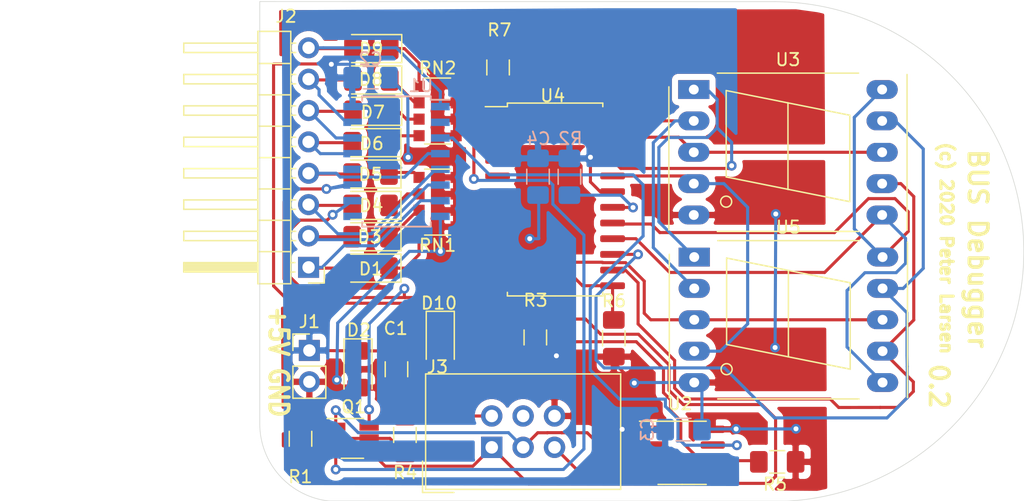
<source format=kicad_pcb>
(kicad_pcb (version 20171130) (host pcbnew 5.1.6-1.fc32)
  (title_block (title "LED/HEX Display") (date 2020-04-19) (rev 0.3))
  (layers (0 F.Cu power) (31 B.Cu power) (34 B.Paste user) (35 F.Paste user) (36 B.SilkS user) (37 F.SilkS user) (38 B.Mask user) (39 F.Mask user) (44 Edge.Cuts user))
  (net 0 "")
  (net 1 /LED0)
  (net 2 "Net-(D1-Pad1)")
  (net 3 +5V)
  (net 4 GND)
  (net 5 "Net-(D3-Pad1)")
  (net 6 /LED1)
  (net 7 /LED2)
  (net 8 "Net-(D4-Pad1)")
  (net 9 "Net-(D5-Pad1)")
  (net 10 /LED3)
  (net 11 /LED4)
  (net 12 "Net-(D6-Pad1)")
  (net 13 "Net-(D7-Pad1)")
  (net 14 /LED5)
  (net 15 "Net-(D8-Pad1)")
  (net 16 /LED6)
  (net 17 /LED7)
  (net 18 "Net-(D9-Pad1)")
  (net 19 /~RST)
  (net 20 INDATA)
  (net 21 "Net-(R2-Pad2)")
  (net 22 OUTDATA)
  (net 23 SEL_IN)
  (net 24 SEL_OUT)
  (net 25 /SEG_C)
  (net 26 /SEG_E)
  (net 27 /SEG_D)
  (net 28 /DIG_1)
  (net 29 /DIG_0)
  (net 30 /SEG_G)
  (net 31 /SEG_A)
  (net 32 /SEG_F)
  (net 33 /SEG_B)
  (net 34 /AVR-5v)
  (net 35 TPIDATA)
  (net 36 TPICLK)
  (net 37 SHARED_CLK)
  (net 38 "Net-(Q1-Pad2)")
  (module Resistor_SMD:R_1206_3216Metric_Pad1.42x1.75mm_HandSolder (layer F.Cu) (at 132.58292 101.49858 90)
    (fp_text reference R3 (at 3.00754 0.02032 180) (layer F.SilkS))
    (fp_text value 1K)
    (pad 2 smd roundrect (at 1.4875 0 90) (size 1.425 1.75) (layers F.Cu F.Paste F.Mask) (roundrect_rratio 0.175439) (net 24 SEL_OUT))
    (pad 1 smd roundrect (at -1.4875 0 90) (size 1.425 1.75) (layers F.Cu F.Paste F.Mask) (roundrect_rratio 0.175439) (net 3 +5V))
  )
  (module Resistor_SMD:R_1206_3216Metric_Pad1.42x1.75mm_HandSolder (layer F.Cu) (at 152.15616 111.57712)
    (fp_text reference R5 (at -0.1778 1.8161) (layer F.SilkS))
    (fp_text value 1K)
    (pad 2 smd roundrect (at 1.4875 0) (size 1.425 1.75) (layers F.Cu F.Paste F.Mask) (roundrect_rratio 0.175439) (net 4 GND))
    (pad 1 smd roundrect (at -1.4875 0) (size 1.425 1.75) (layers F.Cu F.Paste F.Mask) (roundrect_rratio 0.175439) (net 23 SEL_IN))
  )
  (module Resistor_SMD:R_1206_3216Metric_Pad1.42x1.75mm_HandSolder (layer F.Cu) (at 138.93292 101.56952 90)
    (fp_text reference R6 (at 3.03022 0.01524 180) (layer F.SilkS))
    (fp_text value 1K)
    (pad 2 smd roundrect (at 1.4875 0 90) (size 1.425 1.75) (layers F.Cu F.Paste F.Mask) (roundrect_rratio 0.175439) (net 37 SHARED_CLK))
    (pad 1 smd roundrect (at -1.4875 0 90) (size 1.425 1.75) (layers F.Cu F.Paste F.Mask) (roundrect_rratio 0.175439) (net 4 GND))
  )
  (module Resistor_SMD:R_1206_3216Metric_Pad1.42x1.75mm_HandSolder (layer F.Cu) (at 129.57048 79.63408 90)
    (fp_text reference R7 (at 3.03276 0.1016 180) (layer F.SilkS))
    (fp_text value 1K)
    (pad 2 smd roundrect (at 1.4875 0 90) (size 1.425 1.75) (layers F.Cu F.Paste F.Mask) (roundrect_rratio 0.175439) (net 4 GND))
    (pad 1 smd roundrect (at -1.4875 0 90) (size 1.425 1.75) (layers F.Cu F.Paste F.Mask) (roundrect_rratio 0.175439) (net 22 OUTDATA))
  )
  (module Resistor_SMD:R_1206_3216Metric_Pad1.42x1.75mm_HandSolder (layer F.Cu) (at 113.58372 109.70768 270)
    (fp_text reference R1 (at 3.0734 0.01212 180) (layer F.SilkS))
    (fp_text value 100k)
    (pad 2 smd roundrect (at 1.4875 0 270) (size 1.425 1.75) (layers F.Cu F.Paste F.Mask) (roundrect_rratio 0.175439) (net 38 "Net-(Q1-Pad2)"))
    (pad 1 smd roundrect (at -1.4875 0 270) (size 1.425 1.75) (layers F.Cu F.Paste F.Mask) (roundrect_rratio 0.175439) (net 4 GND))
  )
  (module Resistor_SMD:R_1206_3216Metric_Pad1.42x1.75mm_HandSolder (layer B.Cu) (at 135.34136 88.48852 270)
    (fp_text reference R2 (at -3.0988 -0.0762 180) (layer B.SilkS) (effects (justify mirror)))
    (fp_text value 33K)
    (pad 2 smd roundrect (at 1.4875 0 270) (size 1.425 1.75) (layers B.Cu B.Paste B.Mask) (roundrect_rratio 0.175439) (net 21 "Net-(R2-Pad2)"))
    (pad 1 smd roundrect (at -1.4875 0 270) (size 1.425 1.75) (layers B.Cu B.Paste B.Mask) (roundrect_rratio 0.175439) (net 3 +5V))
  )
  (module Resistor_SMD:R_1206_3216Metric_Pad1.42x1.75mm_HandSolder (layer F.Cu) (at 122.03176 109.40288 90)
    (fp_text reference R4 (at -3.04818 0.01132 180) (layer F.SilkS))
    (fp_text value 1k)
    (pad 2 smd roundrect (at 1.4875 0 90) (size 1.425 1.75) (layers F.Cu F.Paste F.Mask) (roundrect_rratio 0.175439) (net 34 /AVR-5v))
    (pad 1 smd roundrect (at -1.4875 0 90) (size 1.425 1.75) (layers F.Cu F.Paste F.Mask) (roundrect_rratio 0.175439) (net 38 "Net-(Q1-Pad2)"))
  )
  (module Display_7Segment:7SegmentLED_LTS6760_LTS6780 (layer F.Cu) (at 145.4404 94.99092)
    (fp_text reference U5 (at 7.62 -2.42) (layer F.SilkS))
    (fp_text value "19x12mm 7segment")
    (pad 1 thru_hole rect (at 0 0 270) (size 1.524 2.524) (drill 0.8) (layers *.Cu *.Mask) (net 26 /SEG_E))
    (pad 2 thru_hole oval (at 0 2.54 270) (size 1.524 2.524) (drill 0.8) (layers *.Cu *.Mask) (net 27 /SEG_D))
    (pad 3 thru_hole oval (at 0 5.08 270) (size 1.524 2.524) (drill 0.8) (layers *.Cu *.Mask) (net 28 /DIG_1))
    (pad 4 thru_hole oval (at 0 7.62 270) (size 1.524 2.524) (drill 0.8) (layers *.Cu *.Mask) (net 25 /SEG_C))
    (pad 5 thru_hole oval (at 0 10.16 270) (size 1.524 2.524) (drill 0.8) (layers *.Cu *.Mask) (net 4 GND))
    (pad 6 thru_hole oval (at 15.24 10.16 270) (size 1.524 2.524) (drill 0.8) (layers *.Cu *.Mask) (net 33 /SEG_B))
    (pad 7 thru_hole oval (at 15.24 7.62 270) (size 1.524 2.524) (drill 0.8) (layers *.Cu *.Mask) (net 31 /SEG_A))
    (pad 8 thru_hole oval (at 15.24 5.08 270) (size 1.524 2.524) (drill 0.8) (layers *.Cu *.Mask) (net 28 /DIG_1))
    (pad 9 thru_hole oval (at 15.24 2.54 270) (size 1.524 2.524) (drill 0.8) (layers *.Cu *.Mask) (net 32 /SEG_F))
    (pad 10 thru_hole oval (at 15.24 0 270) (size 1.524 2.524) (drill 0.8) (layers *.Cu *.Mask) (net 30 /SEG_G))
  )
  (module Diode_SMD:D_1206_3216Metric_Pad1.42x1.75mm_HandSolder (layer F.Cu) (at 118.237 104.0765 270)
    (fp_text reference D2 (at -3.175 -0.0635 180) (layer F.SilkS))
    (fp_text value D_Zener)
    (pad 2 smd roundrect (at 1.4875 0 270) (size 1.425 1.75) (layers F.Cu F.Paste F.Mask) (roundrect_rratio 0.175439) (net 4 GND))
    (pad 1 smd roundrect (at -1.4875 0 270) (size 1.425 1.75) (layers F.Cu F.Paste F.Mask) (roundrect_rratio 0.175439) (net 3 +5V))
  )
  (module Connector_IDC:IDC-Header_2x03_P2.54mm_Vertical (layer F.Cu) (at 129.0574 110.4011 90)
    (fp_text reference J3 (at 6.5151 -4.3942 180) (layer F.SilkS))
    (fp_text value AVR-TPI-6)
    (pad 1 thru_hole rect (at 0 0 90) (size 1.7272 1.7272) (drill 1.016) (layers *.Cu *.Mask) (net 35 TPIDATA))
    (pad 2 thru_hole oval (at 2.54 0 90) (size 1.7272 1.7272) (drill 1.016) (layers *.Cu *.Mask) (net 34 /AVR-5v))
    (pad 3 thru_hole oval (at 0 2.54 90) (size 1.7272 1.7272) (drill 1.016) (layers *.Cu *.Mask) (net 36 TPICLK))
    (pad 4 thru_hole oval (at 2.54 2.54 90) (size 1.7272 1.7272) (drill 1.016) (layers *.Cu *.Mask))
    (pad 5 thru_hole oval (at 0 5.08 90) (size 1.7272 1.7272) (drill 1.016) (layers *.Cu *.Mask) (net 19 /~RST))
    (pad 6 thru_hole oval (at 2.54 5.08 90) (size 1.7272 1.7272) (drill 1.016) (layers *.Cu *.Mask) (net 4 GND))
  )
  (module Connector_PinHeader_2.54mm:PinHeader_1x08_P2.54mm_Horizontal (layer F.Cu) (at 114.2365 95.8215 180)
    (fp_text reference J2 (at 1.8161 20.3327) (layer F.SilkS))
    (fp_text value Conn_01x08)
    (pad 1 thru_hole rect (at 0 0 180) (size 1.7 1.7) (drill 1) (layers *.Cu *.Mask) (net 1 /LED0))
    (pad 2 thru_hole oval (at 0 2.54 180) (size 1.7 1.7) (drill 1) (layers *.Cu *.Mask) (net 6 /LED1))
    (pad 3 thru_hole oval (at 0 5.08 180) (size 1.7 1.7) (drill 1) (layers *.Cu *.Mask) (net 7 /LED2))
    (pad 4 thru_hole oval (at 0 7.62 180) (size 1.7 1.7) (drill 1) (layers *.Cu *.Mask) (net 10 /LED3))
    (pad 5 thru_hole oval (at 0 10.16 180) (size 1.7 1.7) (drill 1) (layers *.Cu *.Mask) (net 11 /LED4))
    (pad 6 thru_hole oval (at 0 12.7 180) (size 1.7 1.7) (drill 1) (layers *.Cu *.Mask) (net 14 /LED5))
    (pad 7 thru_hole oval (at 0 15.24 180) (size 1.7 1.7) (drill 1) (layers *.Cu *.Mask) (net 16 /LED6))
    (pad 8 thru_hole oval (at 0 17.78 180) (size 1.7 1.7) (drill 1) (layers *.Cu *.Mask) (net 17 /LED7))
  )
  (module Connector_PinHeader_2.54mm:PinHeader_1x02_P2.54mm_Vertical (layer F.Cu) (at 114.3 102.5525)
    (fp_text reference J1 (at 0 -2.33) (layer F.SilkS))
    (fp_text value Conn_01x02_Male)
    (pad 1 thru_hole rect (at 0 0) (size 1.7 1.7) (drill 1) (layers *.Cu *.Mask) (net 3 +5V))
    (pad 2 thru_hole oval (at 0 2.54) (size 1.7 1.7) (drill 1) (layers *.Cu *.Mask) (net 4 GND))
  )
  (module LED_SMD:LED_1206_3216Metric_Pad1.42x1.75mm_HandSolder (layer F.Cu) (at 119.253 95.885 180)
    (fp_text reference D1 (at -0.0254 -0.0635) (layer F.SilkS))
    (fp_text value LED)
    (pad 2 smd roundrect (at 1.4875 0 180) (size 1.425 1.75) (layers F.Cu F.Paste F.Mask) (roundrect_rratio 0.175439) (net 1 /LED0))
    (pad 1 smd roundrect (at -1.4875 0 180) (size 1.425 1.75) (layers F.Cu F.Paste F.Mask) (roundrect_rratio 0.175439) (net 2 "Net-(D1-Pad1)"))
  )
  (module LED_SMD:LED_1206_3216Metric_Pad1.42x1.75mm_HandSolder (layer F.Cu) (at 119.253 93.345 180)
    (fp_text reference D3 (at 0.0762 0) (layer F.SilkS))
    (fp_text value LED)
    (pad 1 smd roundrect (at -1.4875 0 180) (size 1.425 1.75) (layers F.Cu F.Paste F.Mask) (roundrect_rratio 0.175439) (net 5 "Net-(D3-Pad1)"))
    (pad 2 smd roundrect (at 1.4875 0 180) (size 1.425 1.75) (layers F.Cu F.Paste F.Mask) (roundrect_rratio 0.175439) (net 6 /LED1))
  )
  (module LED_SMD:LED_1206_3216Metric_Pad1.42x1.75mm_HandSolder (layer F.Cu) (at 119.253 90.805 180)
    (fp_text reference D4 (at -0.0635 -0.0127) (layer F.SilkS))
    (fp_text value LED)
    (pad 2 smd roundrect (at 1.4875 0 180) (size 1.425 1.75) (layers F.Cu F.Paste F.Mask) (roundrect_rratio 0.175439) (net 7 /LED2))
    (pad 1 smd roundrect (at -1.4875 0 180) (size 1.425 1.75) (layers F.Cu F.Paste F.Mask) (roundrect_rratio 0.175439) (net 8 "Net-(D4-Pad1)"))
  )
  (module LED_SMD:LED_1206_3216Metric_Pad1.42x1.75mm_HandSolder (layer F.Cu) (at 119.253 88.265 180)
    (fp_text reference D5 (at 0 -0.0254) (layer F.SilkS))
    (fp_text value LED)
    (pad 1 smd roundrect (at -1.4875 0 180) (size 1.425 1.75) (layers F.Cu F.Paste F.Mask) (roundrect_rratio 0.175439) (net 9 "Net-(D5-Pad1)"))
    (pad 2 smd roundrect (at 1.4875 0 180) (size 1.425 1.75) (layers F.Cu F.Paste F.Mask) (roundrect_rratio 0.175439) (net 10 /LED3))
  )
  (module LED_SMD:LED_1206_3216Metric_Pad1.42x1.75mm_HandSolder (layer F.Cu) (at 119.253 85.725 180)
    (fp_text reference D6 (at -0.0889 -0.0762) (layer F.SilkS))
    (fp_text value LED)
    (pad 2 smd roundrect (at 1.4875 0 180) (size 1.425 1.75) (layers F.Cu F.Paste F.Mask) (roundrect_rratio 0.175439) (net 11 /LED4))
    (pad 1 smd roundrect (at -1.4875 0 180) (size 1.425 1.75) (layers F.Cu F.Paste F.Mask) (roundrect_rratio 0.175439) (net 12 "Net-(D6-Pad1)"))
  )
  (module LED_SMD:LED_1206_3216Metric_Pad1.42x1.75mm_HandSolder (layer F.Cu) (at 119.3165 83.185 180)
    (fp_text reference D7 (at -0.1143 -0.0762) (layer F.SilkS))
    (fp_text value LED)
    (pad 1 smd roundrect (at -1.4875 0 180) (size 1.425 1.75) (layers F.Cu F.Paste F.Mask) (roundrect_rratio 0.175439) (net 13 "Net-(D7-Pad1)"))
    (pad 2 smd roundrect (at 1.4875 0 180) (size 1.425 1.75) (layers F.Cu F.Paste F.Mask) (roundrect_rratio 0.175439) (net 14 /LED5))
  )
  (module LED_SMD:LED_1206_3216Metric_Pad1.42x1.75mm_HandSolder (layer F.Cu) (at 119.3165 80.645 180)
    (fp_text reference D8 (at 0.0381 0.0381) (layer F.SilkS))
    (fp_text value LED)
    (pad 1 smd roundrect (at -1.4875 0 180) (size 1.425 1.75) (layers F.Cu F.Paste F.Mask) (roundrect_rratio 0.175439) (net 15 "Net-(D8-Pad1)"))
    (pad 2 smd roundrect (at 1.4875 0 180) (size 1.425 1.75) (layers F.Cu F.Paste F.Mask) (roundrect_rratio 0.175439) (net 16 /LED6))
  )
  (module LED_SMD:LED_1206_3216Metric_Pad1.42x1.75mm_HandSolder (layer F.Cu) (at 119.3165 78.105 180)
    (fp_text reference D9 (at 0.0127 -0.0508) (layer F.SilkS))
    (fp_text value LED)
    (pad 2 smd roundrect (at 1.4875 0 180) (size 1.425 1.75) (layers F.Cu F.Paste F.Mask) (roundrect_rratio 0.175439) (net 17 /LED7))
    (pad 1 smd roundrect (at -1.4875 0 180) (size 1.425 1.75) (layers F.Cu F.Paste F.Mask) (roundrect_rratio 0.175439) (net 18 "Net-(D9-Pad1)"))
  )
  (module Package_SO:SOIC-8_3.9x4.9mm_P1.27mm (layer F.Cu) (at 144.4625 110.8456)
    (fp_text reference U2 (at -0.1651 -3.9751) (layer F.SilkS))
    (fp_text value ATtiny102-SS)
    (pad 1 smd roundrect (at -2.475 -1.905) (size 1.95 0.6) (layers F.Cu F.Paste F.Mask) (net 3 +5V))
    (pad 2 smd roundrect (at -2.475 -0.635) (size 1.95 0.6) (layers F.Cu F.Paste F.Mask) (net 36 TPICLK))
    (pad 3 smd roundrect (at -2.475 0.635) (size 1.95 0.6) (layers F.Cu F.Paste F.Mask) (net 35 TPIDATA))
    (pad 4 smd roundrect (at -2.475 1.905) (size 1.95 0.6) (layers F.Cu F.Paste F.Mask) (net 19 /~RST))
    (pad 5 smd roundrect (at 2.475 1.905) (size 1.95 0.6) (layers F.Cu F.Paste F.Mask) (net 24 SEL_OUT))
    (pad 6 smd roundrect (at 2.475 0.635) (size 1.95 0.6) (layers F.Cu F.Paste F.Mask) (net 23 SEL_IN))
    (pad 7 smd roundrect (at 2.475 -0.635) (size 1.95 0.6) (layers F.Cu F.Paste F.Mask) (net 20 INDATA))
    (pad 8 smd roundrect (at 2.475 -1.905) (size 1.95 0.6) (layers F.Cu F.Paste F.Mask) (net 4 GND))
  )
  (module Package_SO:SOIC-16W_5.3x10.2mm_P1.27mm (layer B.Cu) (at 121.3485 87.249 180)
    (fp_text reference U1 (at -1.9685 6.1468) (layer B.SilkS) (effects (justify mirror)))
    (fp_text value 4021)
    (pad 1 smd rect (at -3.55 4.445 180) (size 1.5 0.6) (layers B.Cu B.Paste B.Mask) (net 17 /LED7))
    (pad 2 smd rect (at -3.55 3.175 180) (size 1.5 0.6) (layers B.Cu B.Paste B.Mask))
    (pad 3 smd rect (at -3.55 1.905 180) (size 1.5 0.6) (layers B.Cu B.Paste B.Mask) (net 20 INDATA))
    (pad 4 smd rect (at -3.55 0.635 180) (size 1.5 0.6) (layers B.Cu B.Paste B.Mask) (net 10 /LED3))
    (pad 5 smd rect (at -3.55 -0.635 180) (size 1.5 0.6) (layers B.Cu B.Paste B.Mask) (net 7 /LED2))
    (pad 6 smd rect (at -3.55 -1.905 180) (size 1.5 0.6) (layers B.Cu B.Paste B.Mask) (net 6 /LED1))
    (pad 7 smd rect (at -3.55 -3.175 180) (size 1.5 0.6) (layers B.Cu B.Paste B.Mask) (net 1 /LED0))
    (pad 8 smd rect (at -3.55 -4.445 180) (size 1.5 0.6) (layers B.Cu B.Paste B.Mask) (net 4 GND))
    (pad 9 smd rect (at 3.55 -4.445 180) (size 1.5 0.6) (layers B.Cu B.Paste B.Mask))
    (pad 10 smd rect (at 3.55 -3.175 180) (size 1.5 0.6) (layers B.Cu B.Paste B.Mask) (net 37 SHARED_CLK))
    (pad 11 smd rect (at 3.55 -1.905 180) (size 1.5 0.6) (layers B.Cu B.Paste B.Mask) (net 23 SEL_IN))
    (pad 12 smd rect (at 3.55 -0.635 180) (size 1.5 0.6) (layers B.Cu B.Paste B.Mask))
    (pad 13 smd rect (at 3.55 0.635 180) (size 1.5 0.6) (layers B.Cu B.Paste B.Mask) (net 11 /LED4))
    (pad 14 smd rect (at 3.55 1.905 180) (size 1.5 0.6) (layers B.Cu B.Paste B.Mask) (net 14 /LED5))
    (pad 15 smd rect (at 3.55 3.175 180) (size 1.5 0.6) (layers B.Cu B.Paste B.Mask) (net 16 /LED6))
    (pad 16 smd rect (at 3.55 4.445 180) (size 1.5 0.6) (layers B.Cu B.Paste B.Mask) (net 3 +5V))
  )
  (module Diode_SMD:D_1206_3216Metric (layer F.Cu) (at 124.8918 101.66858 270)
    (fp_text reference D10 (at -2.9464 0.1016 180) (layer F.SilkS))
    (fp_text value D)
    (pad 1 smd roundrect (at -1.4 0 270) (size 1.25 1.75) (layers F.Cu F.Paste F.Mask) (roundrect_rratio 0.2) (net 3 +5V))
    (pad 2 smd roundrect (at 1.4 0 270) (size 1.25 1.75) (layers F.Cu F.Paste F.Mask) (roundrect_rratio 0.2) (net 34 /AVR-5v))
  )
  (module Capacitor_SMD:C_1206_3216Metric_Pad1.42x1.75mm_HandSolder (layer F.Cu) (at 121.3485 104.0765 270)
    (fp_text reference C1 (at -3.302 0.0635 180) (layer F.SilkS))
    (fp_text value 10uF)
    (pad 1 smd roundrect (at -1.4875 0 270) (size 1.425 1.75) (layers F.Cu F.Paste F.Mask) (roundrect_rratio 0.175439) (net 3 +5V))
    (pad 2 smd roundrect (at 1.4875 0 270) (size 1.425 1.75) (layers F.Cu F.Paste F.Mask) (roundrect_rratio 0.175439) (net 4 GND))
  )
  (module Capacitor_SMD:C_1206_3216Metric_Pad1.42x1.75mm_HandSolder (layer B.Cu) (at 119.253 80.4545)
    (fp_text reference C2 (at 0 -1.524 180) (layer B.SilkS) (effects (justify mirror)))
    (fp_text value 0.1uF)
    (pad 2 smd roundrect (at 1.4875 0) (size 1.425 1.75) (layers B.Cu B.Paste B.Mask) (roundrect_rratio 0.175439) (net 4 GND))
    (pad 1 smd roundrect (at -1.4875 0) (size 1.425 1.75) (layers B.Cu B.Paste B.Mask) (roundrect_rratio 0.175439) (net 3 +5V))
  )
  (module Capacitor_SMD:C_1206_3216Metric_Pad1.42x1.75mm_HandSolder (layer B.Cu) (at 144.5768 108.966)
    (fp_text reference C3 (at -2.921 0 -270) (layer B.SilkS) (effects (justify mirror)))
    (fp_text value 0.1uF)
    (pad 1 smd roundrect (at -1.4875 0) (size 1.425 1.75) (layers B.Cu B.Paste B.Mask) (roundrect_rratio 0.175439) (net 3 +5V))
    (pad 2 smd roundrect (at 1.4875 0) (size 1.425 1.75) (layers B.Cu B.Paste B.Mask) (roundrect_rratio 0.175439) (net 4 GND))
  )
  (module Capacitor_SMD:C_1206_3216Metric_Pad1.42x1.75mm_HandSolder (layer B.Cu) (at 132.80136 88.4793 270)
    (fp_text reference C4 (at -3.06832 -0.03556) (layer B.SilkS) (effects (justify mirror)))
    (fp_text value 0.1uF)
    (pad 2 smd roundrect (at 1.4875 0 270) (size 1.425 1.75) (layers B.Cu B.Paste B.Mask) (roundrect_rratio 0.175439) (net 4 GND))
    (pad 1 smd roundrect (at -1.4875 0 270) (size 1.425 1.75) (layers B.Cu B.Paste B.Mask) (roundrect_rratio 0.175439) (net 3 +5V))
  )
  (module Display_7Segment:7SegmentLED_LTS6760_LTS6780 (layer F.Cu) (at 145.40484 81.42224)
    (fp_text reference U3 (at 7.62 -2.42) (layer F.SilkS))
    (fp_text value "19x12mm 7segment")
    (pad 10 thru_hole oval (at 15.24 0 270) (size 1.524 2.524) (drill 0.8) (layers *.Cu *.Mask) (net 30 /SEG_G))
    (pad 9 thru_hole oval (at 15.24 2.54 270) (size 1.524 2.524) (drill 0.8) (layers *.Cu *.Mask) (net 32 /SEG_F))
    (pad 8 thru_hole oval (at 15.24 5.08 270) (size 1.524 2.524) (drill 0.8) (layers *.Cu *.Mask) (net 29 /DIG_0))
    (pad 7 thru_hole oval (at 15.24 7.62 270) (size 1.524 2.524) (drill 0.8) (layers *.Cu *.Mask) (net 31 /SEG_A))
    (pad 6 thru_hole oval (at 15.24 10.16 270) (size 1.524 2.524) (drill 0.8) (layers *.Cu *.Mask) (net 33 /SEG_B))
    (pad 5 thru_hole oval (at 0 10.16 270) (size 1.524 2.524) (drill 0.8) (layers *.Cu *.Mask) (net 4 GND))
    (pad 4 thru_hole oval (at 0 7.62 270) (size 1.524 2.524) (drill 0.8) (layers *.Cu *.Mask) (net 25 /SEG_C))
    (pad 3 thru_hole oval (at 0 5.08 270) (size 1.524 2.524) (drill 0.8) (layers *.Cu *.Mask) (net 29 /DIG_0))
    (pad 2 thru_hole oval (at 0 2.54 270) (size 1.524 2.524) (drill 0.8) (layers *.Cu *.Mask) (net 27 /SEG_D))
    (pad 1 thru_hole rect (at 0 0 270) (size 1.524 2.524) (drill 0.8) (layers *.Cu *.Mask) (net 26 /SEG_E))
  )
  (module Resistor_SMD:R_Array_Convex_4x1206 (layer F.Cu) (at 124.6759 90.5383 180)
    (fp_text reference RN1 (at 0 -3.5) (layer F.SilkS))
    (fp_text value 330)
    (pad 1 smd rect (at -1.5 -2 180) (size 0.9 0.9) (layers F.Cu F.Paste F.Mask) (net 4 GND))
    (pad 4 smd rect (at -1.5 2 180) (size 0.9 0.9) (layers F.Cu F.Paste F.Mask) (net 4 GND))
    (pad 2 smd rect (at -1.5 -0.66 180) (size 0.9 0.9) (layers F.Cu F.Paste F.Mask) (net 4 GND))
    (pad 3 smd rect (at -1.5 0.66 180) (size 0.9 0.9) (layers F.Cu F.Paste F.Mask) (net 4 GND))
    (pad 7 smd rect (at 1.5 -0.66 180) (size 0.9 0.9) (layers F.Cu F.Paste F.Mask) (net 5 "Net-(D3-Pad1)"))
    (pad 8 smd rect (at 1.5 -2 180) (size 0.9 0.9) (layers F.Cu F.Paste F.Mask) (net 2 "Net-(D1-Pad1)"))
    (pad 5 smd rect (at 1.5 2 180) (size 0.9 0.9) (layers F.Cu F.Paste F.Mask) (net 9 "Net-(D5-Pad1)"))
    (pad 6 smd rect (at 1.5 0.66 180) (size 0.9 0.9) (layers F.Cu F.Paste F.Mask) (net 8 "Net-(D4-Pad1)"))
  )
  (module Resistor_SMD:R_Array_Convex_4x1206 (layer F.Cu) (at 124.6759 83.1596 180)
    (fp_text reference RN2 (at -0.0127 3.4798) (layer F.SilkS))
    (fp_text value 330)
    (pad 6 smd rect (at 1.5 0.66 180) (size 0.9 0.9) (layers F.Cu F.Paste F.Mask) (net 15 "Net-(D8-Pad1)"))
    (pad 5 smd rect (at 1.5 2 180) (size 0.9 0.9) (layers F.Cu F.Paste F.Mask) (net 18 "Net-(D9-Pad1)"))
    (pad 8 smd rect (at 1.5 -2 180) (size 0.9 0.9) (layers F.Cu F.Paste F.Mask) (net 12 "Net-(D6-Pad1)"))
    (pad 7 smd rect (at 1.5 -0.66 180) (size 0.9 0.9) (layers F.Cu F.Paste F.Mask) (net 13 "Net-(D7-Pad1)"))
    (pad 3 smd rect (at -1.5 0.66 180) (size 0.9 0.9) (layers F.Cu F.Paste F.Mask) (net 4 GND))
    (pad 2 smd rect (at -1.5 -0.66 180) (size 0.9 0.9) (layers F.Cu F.Paste F.Mask) (net 4 GND))
    (pad 4 smd rect (at -1.5 2 180) (size 0.9 0.9) (layers F.Cu F.Paste F.Mask) (net 4 GND))
    (pad 1 smd rect (at -1.5 -2 180) (size 0.9 0.9) (layers F.Cu F.Paste F.Mask) (net 4 GND))
  )
  (module Package_TO_SOT_SMD:SOT-23-6_Handsoldering (layer F.Cu) (at 117.78488 109.6772)
    (fp_text reference Q1 (at 0.10668 -2.56032) (layer F.SilkS))
    (fp_text value DMMT5401)
    (pad 1 smd rect (at -1.35 -0.95) (size 1.56 0.65) (layers F.Cu F.Paste F.Mask) (net 36 TPICLK))
    (pad 2 smd rect (at -1.35 0) (size 1.56 0.65) (layers F.Cu F.Paste F.Mask) (net 38 "Net-(Q1-Pad2)"))
    (pad 3 smd rect (at -1.35 0.95) (size 1.56 0.65) (layers F.Cu F.Paste F.Mask) (net 22 OUTDATA))
    (pad 4 smd rect (at 1.35 0.95) (size 1.56 0.65) (layers F.Cu F.Paste F.Mask) (net 35 TPIDATA))
    (pad 6 smd rect (at 1.35 -0.95) (size 1.56 0.65) (layers F.Cu F.Paste F.Mask) (net 37 SHARED_CLK))
    (pad 5 smd rect (at 1.35 0) (size 1.56 0.65) (layers F.Cu F.Paste F.Mask) (net 38 "Net-(Q1-Pad2)"))
  )
  (module Package_SO:SOP-24_7.5x15.4mm_P1.27mm (layer F.Cu) (at 134.18312 90.32748)
    (fp_text reference U4 (at -0.1905 -8.4074) (layer F.SilkS))
    (fp_text value MAX7219)
    (pad 1 smd roundrect (at -4.65 -6.985) (size 2 0.55) (layers F.Cu F.Paste F.Mask) (net 22 OUTDATA))
    (pad 2 smd roundrect (at -4.65 -5.715) (size 2 0.55) (layers F.Cu F.Paste F.Mask) (net 29 /DIG_0))
    (pad 3 smd roundrect (at -4.65 -4.445) (size 2 0.55) (layers F.Cu F.Paste F.Mask))
    (pad 4 smd roundrect (at -4.65 -3.175) (size 2 0.55) (layers F.Cu F.Paste F.Mask) (net 4 GND))
    (pad 5 smd roundrect (at -4.65 -1.905) (size 2 0.55) (layers F.Cu F.Paste F.Mask))
    (pad 6 smd roundrect (at -4.65 -0.635) (size 2 0.55) (layers F.Cu F.Paste F.Mask))
    (pad 7 smd roundrect (at -4.65 0.635) (size 2 0.55) (layers F.Cu F.Paste F.Mask))
    (pad 8 smd roundrect (at -4.65 1.905) (size 2 0.55) (layers F.Cu F.Paste F.Mask))
    (pad 9 smd roundrect (at -4.65 3.175) (size 2 0.55) (layers F.Cu F.Paste F.Mask) (net 4 GND))
    (pad 10 smd roundrect (at -4.65 4.445) (size 2 0.55) (layers F.Cu F.Paste F.Mask))
    (pad 11 smd roundrect (at -4.65 5.715) (size 2 0.55) (layers F.Cu F.Paste F.Mask) (net 28 /DIG_1))
    (pad 12 smd roundrect (at -4.65 6.985) (size 2 0.55) (layers F.Cu F.Paste F.Mask) (net 24 SEL_OUT))
    (pad 13 smd roundrect (at 4.65 6.985) (size 2 0.55) (layers F.Cu F.Paste F.Mask) (net 37 SHARED_CLK))
    (pad 14 smd roundrect (at 4.65 5.715) (size 2 0.55) (layers F.Cu F.Paste F.Mask) (net 31 /SEG_A))
    (pad 15 smd roundrect (at 4.65 4.445) (size 2 0.55) (layers F.Cu F.Paste F.Mask) (net 32 /SEG_F))
    (pad 16 smd roundrect (at 4.65 3.175) (size 2 0.55) (layers F.Cu F.Paste F.Mask) (net 33 /SEG_B))
    (pad 17 smd roundrect (at 4.65 1.905) (size 2 0.55) (layers F.Cu F.Paste F.Mask) (net 30 /SEG_G))
    (pad 18 smd roundrect (at 4.65 0.635) (size 2 0.55) (layers F.Cu F.Paste F.Mask) (net 21 "Net-(R2-Pad2)"))
    (pad 19 smd roundrect (at 4.65 -0.635) (size 2 0.55) (layers F.Cu F.Paste F.Mask) (net 3 +5V))
    (pad 20 smd roundrect (at 4.65 -1.905) (size 2 0.55) (layers F.Cu F.Paste F.Mask) (net 25 /SEG_C))
    (pad 21 smd roundrect (at 4.65 -3.175) (size 2 0.55) (layers F.Cu F.Paste F.Mask) (net 26 /SEG_E))
    (pad 22 smd roundrect (at 4.65 -4.445) (size 2 0.55) (layers F.Cu F.Paste F.Mask))
    (pad 23 smd roundrect (at 4.65 -5.715) (size 2 0.55) (layers F.Cu F.Paste F.Mask) (net 27 /SEG_D))
    (pad 24 smd roundrect (at 4.65 -6.985) (size 2 0.55) (layers F.Cu F.Paste F.Mask))
  )
  (gr_text 0.2 (at 165.24224 105.4481 270) (layer F.SilkS) (effects (font (size 1.5 1.5) (thickness 0.3))))
  (gr_arc (start 151.866603 94.545772) (end 152.9588 114.7572) (angle -176.542032) (layer Edge.Cuts) (width 0.05))
  (gr_text "(c) 2020 Peter Larsen" (at 165.85184 94.27464 270) (layer F.SilkS) (effects (font (size 1 1) (thickness 0.25))))
  (gr_text "BUS Debugger" (at 168.38168 94.32544 270) (layer F.SilkS) (effects (font (size 1.5 1.5) (thickness 0.3))))
  (gr_arc (start 116.581899 108.489803) (end 110.2868 108.5088) (angle -83.38862962) (layer Edge.Cuts) (width 0.05))
  (gr_text "+5V GND" (at 111.8108 103.4796 270) (layer F.SilkS) (effects (font (size 1.5 1.3) (thickness 0.3))))
  (gr_line (start 151.995473 74.305265) (end 110.2868 74.295) (layer Edge.Cuts) (width 0.05))
  (gr_line (start 115.875988 114.745226) (end 152.9588 114.7572) (layer Edge.Cuts) (width 0.05))
  (gr_line (start 110.2868 74.295) (end 110.2868 108.5088) (layer Edge.Cuts) (width 0.05))
  (segment (start 114.3 95.885) (end 114.2365 95.8215) (width 0.25) (layer F.Cu) (net 1))
  (segment (start 117.7655 95.885) (end 114.3 95.885) (width 0.25) (layer F.Cu) (net 1))
  (segment (start 115.3365 95.8215) (end 114.2365 95.8215) (width 0.25) (layer B.Cu) (net 1))
  (segment (start 117.08148 94.07652) (end 115.3365 95.8215) (width 0.25) (layer B.Cu) (net 1))
  (segment (start 119.65432 94.07652) (end 117.08148 94.07652) (width 0.25) (layer B.Cu) (net 1))
  (segment (start 123.30684 90.424) (end 119.65432 94.07652) (width 0.25) (layer B.Cu) (net 1))
  (segment (start 124.8985 90.424) (end 123.30684 90.424) (width 0.25) (layer B.Cu) (net 1))
  (segment (start 123.1759 94.7942) (end 123.1759 92.5383) (width 0.25) (layer F.Cu) (net 2))
  (segment (start 122.0851 95.885) (end 123.1759 94.7942) (width 0.25) (layer F.Cu) (net 2))
  (segment (start 120.7405 95.885) (end 122.0851 95.885) (width 0.25) (layer F.Cu) (net 2))
  (segment (start 117.7655 82.771) (end 117.7985 82.804) (width 0.25) (layer B.Cu) (net 3))
  (segment (start 117.7655 80.4545) (end 117.7655 82.771) (width 0.25) (layer B.Cu) (net 3))
  (via (at 116.078 79.375) (size 0.8) (drill 0.4) (layers F.Cu B.Cu) (net 3))
  (segment (start 117.561 79.375) (end 117.7655 79.5795) (width 0.25) (layer B.Cu) (net 3))
  (segment (start 116.078 79.375) (end 117.561 79.375) (width 0.25) (layer B.Cu) (net 3))
  (segment (start 117.7655 79.5795) (end 117.7655 80.4545) (width 0.25) (layer B.Cu) (net 3))
  (segment (start 118.237 102.589) (end 118.237 102.7765) (width 0.25) (layer F.Cu) (net 3))
  (segment (start 121.3485 102.589) (end 121.3723 102.5652) (width 0.25) (layer F.Cu) (net 3))
  (segment (start 116.0526 79.3496) (end 116.078 79.375) (width 0.25) (layer F.Cu) (net 3))
  (segment (start 111.4298 79.3496) (end 116.0526 79.3496) (width 0.25) (layer F.Cu) (net 3))
  (segment (start 111.4044 79.375) (end 111.4298 79.3496) (width 0.25) (layer F.Cu) (net 3))
  (segment (start 111.4044 97.3328) (end 111.4044 79.375) (width 0.25) (layer F.Cu) (net 3))
  (segment (start 114.3 100.2284) (end 111.4044 97.3328) (width 0.25) (layer F.Cu) (net 3))
  (segment (start 114.3 102.5525) (end 114.3 100.2284) (width 0.25) (layer F.Cu) (net 3))
  (via (at 137.04316 86.90356) (size 0.8) (drill 0.4) (layers F.Cu B.Cu) (net 3))
  (via (at 134.28904 102.98608) (size 0.8) (drill 0.4) (layers F.Cu B.Cu) (net 3))
  (segment (start 134.28904 102.98608) (end 132.58292 102.98608) (width 0.25) (layer F.Cu) (net 3))
  (via (at 139.60856 108.9406) (size 0.8) (drill 0.4) (layers F.Cu B.Cu) (net 3))
  (segment (start 139.60856 108.9406) (end 141.9875 108.9406) (width 0.25) (layer F.Cu) (net 3))
  (segment (start 143.0639 108.9406) (end 143.0893 108.966) (width 0.25) (layer B.Cu) (net 3))
  (segment (start 139.60856 108.9406) (end 143.0639 108.9406) (width 0.25) (layer B.Cu) (net 3))
  (segment (start 122.61642 100.26858) (end 124.8918 100.26858) (width 0.25) (layer F.Cu) (net 3))
  (segment (start 121.3485 101.5365) (end 122.61642 100.26858) (width 0.25) (layer F.Cu) (net 3))
  (segment (start 121.3485 102.589) (end 121.3485 101.5365) (width 0.25) (layer F.Cu) (net 3))
  (segment (start 114.3 102.5525) (end 118.237 102.589) (width 0.25) (layer F.Cu) (net 3))
  (segment (start 118.237 102.589) (end 121.3485 102.589) (width 0.25) (layer F.Cu) (net 3))
  (segment (start 137.04316 88.90252) (end 137.04316 86.90356) (width 0.25) (layer F.Cu) (net 3))
  (segment (start 137.83312 89.69248) (end 137.04316 88.90252) (width 0.25) (layer F.Cu) (net 3))
  (segment (start 138.83312 89.69248) (end 137.83312 89.69248) (width 0.25) (layer F.Cu) (net 3))
  (segment (start 135.43882 86.90356) (end 135.34136 87.00102) (width 0.25) (layer B.Cu) (net 3))
  (segment (start 137.04316 86.90356) (end 135.43882 86.90356) (width 0.25) (layer B.Cu) (net 3))
  (via (at 122.2883 86.9061) (size 0.8) (drill 0.4) (layers F.Cu B.Cu) (net 4))
  (segment (start 122.2883 86.9061) (end 122.2629 81.9769) (width 0.25) (layer B.Cu) (net 4))
  (segment (start 122.2629 81.9769) (end 120.7405 80.4545) (width 0.25) (layer B.Cu) (net 4))
  (segment (start 122.2883 86.9061) (end 123.8504 86.8934) (width 0.25) (layer F.Cu) (net 4))
  (segment (start 123.8504 86.8934) (end 125.3931 86.8934) (width 0.25) (layer F.Cu) (net 4))
  (segment (start 126.2013 85.1469) (end 126.1759 83.8196) (width 0.25) (layer F.Cu) (net 4))
  (segment (start 126.1759 83.8196) (end 126.1759 82.4996) (width 0.25) (layer F.Cu) (net 4))
  (segment (start 126.1759 82.4996) (end 126.1759 81.1596) (width 0.25) (layer F.Cu) (net 4))
  (segment (start 126.1759 89.8267) (end 126.1759 88.5383) (width 0.25) (layer F.Cu) (net 4))
  (segment (start 126.1759 92.537685) (end 126.1759 89.8267) (width 0.25) (layer F.Cu) (net 4))
  (segment (start 126.1759 87.6762) (end 126.1759 88.5383) (width 0.25) (layer F.Cu) (net 4))
  (segment (start 125.3931 86.8934) (end 126.1759 87.6762) (width 0.25) (layer F.Cu) (net 4))
  (segment (start 126.1759 86.1106) (end 126.1759 85.1596) (width 0.25) (layer F.Cu) (net 4))
  (segment (start 125.3931 86.8934) (end 126.1759 86.1106) (width 0.25) (layer F.Cu) (net 4))
  (segment (start 124.8985 93.6819) (end 124.8985 91.694) (width 0.25) (layer B.Cu) (net 4))
  (segment (start 124.90704 94.52864) (end 124.8985 93.6819) (width 0.25) (layer B.Cu) (net 4))
  (via (at 124.90704 94.52864) (size 0.8) (drill 0.4) (layers F.Cu B.Cu) (net 4))
  (segment (start 126.1759 93.25978) (end 126.1759 92.5383) (width 0.25) (layer F.Cu) (net 4))
  (segment (start 124.90704 94.52864) (end 126.1759 93.25978) (width 0.25) (layer F.Cu) (net 4))
  (segment (start 152.03932 91.50096) (end 148.2598 91.58224) (width 0.25) (layer F.Cu) (net 4))
  (segment (start 148.2598 91.58224) (end 145.40484 91.58224) (width 0.25) (layer F.Cu) (net 4))
  (via (at 152.03932 91.50096) (size 0.8) (drill 0.4) (layers F.Cu B.Cu) (net 4))
  (segment (start 152.03932 91.50096) (end 151.98344 102.31628) (width 0.25) (layer B.Cu) (net 4))
  (via (at 151.98344 102.31628) (size 0.8) (drill 0.4) (layers F.Cu B.Cu) (net 4))
  (segment (start 149.1488 105.15092) (end 151.98344 102.31628) (width 0.25) (layer F.Cu) (net 4))
  (segment (start 145.4404 105.15092) (end 149.1488 105.15092) (width 0.25) (layer F.Cu) (net 4))
  (segment (start 145.4404 105.41) (end 145.4404 105.15092) (width 0.25) (layer B.Cu) (net 4))
  (segment (start 122.39244 94.52864) (end 124.90704 94.52864) (width 0.25) (layer B.Cu) (net 4))
  (segment (start 116.59108 100.33) (end 122.39244 94.52864) (width 0.25) (layer B.Cu) (net 4))
  (segment (start 116.51996 104.93756) (end 116.59108 100.33) (width 0.25) (layer B.Cu) (net 4))
  (via (at 116.51996 104.93756) (size 0.8) (drill 0.4) (layers F.Cu B.Cu) (net 4))
  (segment (start 127.14008 93.50248) (end 129.53312 93.50248) (width 0.25) (layer F.Cu) (net 4))
  (segment (start 126.1759 92.5383) (end 127.14008 93.50248) (width 0.25) (layer F.Cu) (net 4))
  (segment (start 146.0643 105.77482) (end 145.4404 105.15092) (width 0.25) (layer B.Cu) (net 4))
  (segment (start 146.0643 108.966) (end 146.0643 105.77482) (width 0.25) (layer B.Cu) (net 4))
  (segment (start 146.1024 108.9279) (end 146.0643 108.966) (width 0.25) (layer B.Cu) (net 4))
  (segment (start 148.82876 108.91012) (end 146.1024 108.9279) (width 0.25) (layer B.Cu) (net 4))
  (via (at 148.82876 108.91012) (size 0.8) (drill 0.4) (layers F.Cu B.Cu) (net 4))
  (segment (start 132.1308 93.50248) (end 129.53312 93.50248) (width 0.25) (layer F.Cu) (net 4))
  (via (at 132.1308 93.50248) (size 0.8) (drill 0.4) (layers F.Cu B.Cu) (net 4))
  (segment (start 132.85724 90.18524) (end 132.80644 90.13444) (width 0.25) (layer B.Cu) (net 4))
  (segment (start 132.85724 93.472) (end 132.85724 90.18524) (width 0.25) (layer B.Cu) (net 4))
  (segment (start 132.8674 93.48216) (end 132.85724 93.472) (width 0.25) (layer B.Cu) (net 4))
  (segment (start 132.84708 93.50248) (end 132.8674 93.48216) (width 0.25) (layer B.Cu) (net 4))
  (segment (start 132.1308 93.50248) (end 132.84708 93.50248) (width 0.25) (layer B.Cu) (net 4))
  (via (at 153.67508 108.89996) (size 0.8) (drill 0.4) (layers F.Cu B.Cu) (net 4))
  (segment (start 153.66492 108.91012) (end 153.67508 108.89996) (width 0.25) (layer B.Cu) (net 4))
  (segment (start 148.82876 108.91012) (end 153.66492 108.91012) (width 0.25) (layer B.Cu) (net 4))
  (segment (start 114.45494 104.93756) (end 114.3 105.0925) (width 0.25) (layer F.Cu) (net 4))
  (via (at 140.59154 105.19156) (size 0.8) (drill 0.4) (layers F.Cu B.Cu) (net 4))
  (segment (start 140.63218 105.15092) (end 140.59154 105.19156) (width 0.25) (layer B.Cu) (net 4))
  (segment (start 145.4404 105.15092) (end 140.63218 105.15092) (width 0.25) (layer B.Cu) (net 4))
  (segment (start 138.93292 103.53294) (end 140.59154 105.19156) (width 0.25) (layer F.Cu) (net 4))
  (segment (start 138.93292 103.05702) (end 138.93292 103.53294) (width 0.25) (layer F.Cu) (net 4))
  (segment (start 123.0634 91.1983) (end 123.1759 91.1983) (width 0.25) (layer F.Cu) (net 5))
  (segment (start 120.9167 93.345) (end 123.0634 91.1983) (width 0.25) (layer F.Cu) (net 5))
  (segment (start 120.7405 93.345) (end 120.9167 93.345) (width 0.25) (layer F.Cu) (net 5))
  (segment (start 114.3 93.345) (end 114.2365 93.2815) (width 0.25) (layer F.Cu) (net 6))
  (segment (start 117.7655 93.345) (end 114.3 93.345) (width 0.25) (layer F.Cu) (net 6))
  (segment (start 114.53368 93.57868) (end 114.2365 93.2815) (width 0.25) (layer B.Cu) (net 6))
  (segment (start 119.488091 93.57868) (end 114.53368 93.57868) (width 0.25) (layer B.Cu) (net 6))
  (segment (start 119.799531 93.26724) (end 119.488091 93.57868) (width 0.25) (layer B.Cu) (net 6))
  (segment (start 119.799531 93.252969) (end 119.799531 93.26724) (width 0.25) (layer B.Cu) (net 6))
  (segment (start 123.8985 89.154) (end 119.799531 93.252969) (width 0.25) (layer B.Cu) (net 6))
  (segment (start 124.8985 89.154) (end 123.8985 89.154) (width 0.25) (layer B.Cu) (net 6))
  (segment (start 114.3 90.805) (end 114.2365 90.7415) (width 0.25) (layer F.Cu) (net 7))
  (segment (start 117.7655 90.805) (end 114.3 90.805) (width 0.25) (layer F.Cu) (net 7))
  (segment (start 116.59616 93.10116) (end 114.2365 90.7415) (width 0.25) (layer B.Cu) (net 7))
  (segment (start 119.3292 93.10116) (end 116.59616 93.10116) (width 0.25) (layer B.Cu) (net 7))
  (segment (start 119.34952 93.08084) (end 119.3292 93.10116) (width 0.25) (layer B.Cu) (net 7))
  (segment (start 124.52096 87.884) (end 119.34952 93.05544) (width 0.25) (layer B.Cu) (net 7))
  (segment (start 119.34952 93.05544) (end 119.34952 93.08084) (width 0.25) (layer B.Cu) (net 7))
  (segment (start 124.8985 87.884) (end 124.52096 87.884) (width 0.25) (layer B.Cu) (net 7))
  (segment (start 122.2244 89.8783) (end 123.1759 89.8783) (width 0.25) (layer F.Cu) (net 8))
  (segment (start 121.2977 90.805) (end 122.2244 89.8783) (width 0.25) (layer F.Cu) (net 8))
  (segment (start 120.7405 90.805) (end 121.2977 90.805) (width 0.25) (layer F.Cu) (net 8))
  (segment (start 122.7756 88.138) (end 123.1759 88.5383) (width 0.25) (layer F.Cu) (net 9))
  (segment (start 120.8675 88.138) (end 122.7756 88.138) (width 0.25) (layer F.Cu) (net 9))
  (segment (start 120.7405 88.265) (end 120.8675 88.138) (width 0.25) (layer F.Cu) (net 9))
  (segment (start 114.3 88.265) (end 114.2365 88.2015) (width 0.25) (layer F.Cu) (net 10))
  (segment (start 117.7655 88.265) (end 114.3 88.265) (width 0.25) (layer F.Cu) (net 10))
  (segment (start 116.4717 88.2015) (end 114.2365 88.2015) (width 0.25) (layer B.Cu) (net 10))
  (segment (start 116.788499 88.509001) (end 116.5352 88.255702) (width 0.25) (layer B.Cu) (net 10))
  (segment (start 116.5352 88.255702) (end 116.5352 88.265) (width 0.25) (layer B.Cu) (net 10))
  (segment (start 118.8185 88.519) (end 118.808501 88.509001) (width 0.25) (layer B.Cu) (net 10))
  (segment (start 118.808501 88.509001) (end 116.788499 88.509001) (width 0.25) (layer B.Cu) (net 10))
  (segment (start 121.9935 88.519) (end 118.8185 88.519) (width 0.25) (layer B.Cu) (net 10))
  (segment (start 116.5352 88.265) (end 116.4717 88.2015) (width 0.25) (layer B.Cu) (net 10))
  (segment (start 123.8985 86.614) (end 121.9935 88.519) (width 0.25) (layer B.Cu) (net 10))
  (segment (start 124.8985 86.614) (end 123.8985 86.614) (width 0.25) (layer B.Cu) (net 10))
  (segment (start 115.189 86.614) (end 114.2365 85.6615) (width 0.25) (layer B.Cu) (net 11))
  (segment (start 117.7985 86.614) (end 115.189 86.614) (width 0.25) (layer B.Cu) (net 11))
  (segment (start 114.3 85.725) (end 114.2365 85.6615) (width 0.25) (layer F.Cu) (net 11))
  (segment (start 117.7655 85.725) (end 114.3 85.725) (width 0.25) (layer F.Cu) (net 11))
  (segment (start 120.7405 85.725) (end 121.2866 85.1789) (width 0.25) (layer F.Cu) (net 12))
  (segment (start 123.1693 85.1662) (end 123.1759 85.1596) (width 0.25) (layer F.Cu) (net 12))
  (segment (start 121.2993 85.1662) (end 123.1693 85.1662) (width 0.25) (layer F.Cu) (net 12))
  (segment (start 120.7405 85.725) (end 121.2993 85.1662) (width 0.25) (layer F.Cu) (net 12))
  (segment (start 122.1511 83.8196) (end 121.5165 83.185) (width 0.25) (layer F.Cu) (net 13))
  (segment (start 121.5165 83.185) (end 120.804 83.185) (width 0.25) (layer F.Cu) (net 13))
  (segment (start 123.1759 83.8196) (end 122.1511 83.8196) (width 0.25) (layer F.Cu) (net 13))
  (segment (start 116.459 85.344) (end 114.2365 83.1215) (width 0.25) (layer B.Cu) (net 14))
  (segment (start 117.7985 85.344) (end 116.459 85.344) (width 0.25) (layer B.Cu) (net 14))
  (segment (start 114.3 83.185) (end 114.2365 83.1215) (width 0.25) (layer F.Cu) (net 14))
  (segment (start 117.829 83.185) (end 114.3 83.185) (width 0.25) (layer F.Cu) (net 14))
  (segment (start 122.8475 82.4996) (end 123.1759 82.4996) (width 0.25) (layer F.Cu) (net 15))
  (segment (start 120.9929 80.645) (end 122.8475 82.4996) (width 0.25) (layer F.Cu) (net 15))
  (segment (start 120.804 80.645) (end 120.9929 80.645) (width 0.25) (layer F.Cu) (net 15))
  (segment (start 115.086499 81.431499) (end 114.2365 80.5815) (width 0.25) (layer B.Cu) (net 16))
  (segment (start 115.086499 81.875999) (end 115.086499 81.431499) (width 0.25) (layer B.Cu) (net 16))
  (segment (start 117.2845 84.074) (end 115.086499 81.875999) (width 0.25) (layer B.Cu) (net 16))
  (segment (start 117.7985 84.074) (end 117.2845 84.074) (width 0.25) (layer B.Cu) (net 16))
  (segment (start 114.3 80.645) (end 114.2365 80.5815) (width 0.25) (layer F.Cu) (net 16))
  (segment (start 117.829 80.645) (end 114.3 80.645) (width 0.25) (layer F.Cu) (net 16))
  (segment (start 115.438581 78.0415) (end 114.2365 78.0415) (width 0.25) (layer B.Cu) (net 17))
  (segment (start 124.8985 82.804) (end 124.8985 81.5915) (width 0.25) (layer B.Cu) (net 17))
  (segment (start 124.8985 81.5915) (end 121.3485 78.0415) (width 0.25) (layer B.Cu) (net 17))
  (segment (start 121.3485 78.0415) (end 115.438581 78.0415) (width 0.25) (layer B.Cu) (net 17))
  (segment (start 114.3 78.105) (end 114.2365 78.0415) (width 0.25) (layer F.Cu) (net 17))
  (segment (start 117.829 78.105) (end 114.3 78.105) (width 0.25) (layer F.Cu) (net 17))
  (segment (start 123.1759 79.2847) (end 123.1759 81.1596) (width 0.25) (layer F.Cu) (net 18))
  (segment (start 121.9962 78.105) (end 123.1759 79.2847) (width 0.25) (layer F.Cu) (net 18))
  (segment (start 120.804 78.105) (end 121.9962 78.105) (width 0.25) (layer F.Cu) (net 18))
  (segment (start 136.4869 112.7506) (end 141.9875 112.7506) (width 0.25) (layer F.Cu) (net 19))
  (segment (start 134.1374 110.4011) (end 136.4869 112.7506) (width 0.25) (layer F.Cu) (net 19))
  (segment (start 148.88972 110.23092) (end 146.9375 110.2106) (width 0.25) (layer F.Cu) (net 20))
  (via (at 148.88972 110.23092) (size 0.8) (drill 0.4) (layers F.Cu B.Cu) (net 20))
  (segment (start 141.303841 89.137321) (end 140.49756 88.33104) (width 0.25) (layer B.Cu) (net 20))
  (segment (start 140.49756 88.33104) (end 128.88554 88.33104) (width 0.25) (layer B.Cu) (net 20))
  (segment (start 148.88972 110.23092) (end 144.7038 110.23092) (width 0.25) (layer B.Cu) (net 20))
  (segment (start 144.7038 110.23092) (end 144.35328 109.8804) (width 0.25) (layer B.Cu) (net 20))
  (segment (start 144.35328 109.8804) (end 144.07559 109.8804) (width 0.25) (layer B.Cu) (net 20))
  (segment (start 144.07559 109.8804) (end 144.12681 109.82918) (width 0.25) (layer B.Cu) (net 20))
  (segment (start 144.12681 109.82918) (end 144.12681 108.10282) (width 0.25) (layer B.Cu) (net 20))
  (segment (start 125.8985 85.344) (end 124.8985 85.344) (width 0.25) (layer B.Cu) (net 20))
  (segment (start 137.02792 97.565358) (end 141.303841 93.289437) (width 0.25) (layer B.Cu) (net 20))
  (segment (start 144.12681 108.10282) (end 143.10868 107.08469) (width 0.25) (layer B.Cu) (net 20))
  (segment (start 143.10106 106.49458) (end 139.38504 106.49458) (width 0.25) (layer B.Cu) (net 20))
  (segment (start 141.303841 93.289437) (end 141.303841 89.137321) (width 0.25) (layer B.Cu) (net 20))
  (segment (start 143.10868 107.08469) (end 143.10868 106.5022) (width 0.25) (layer B.Cu) (net 20))
  (segment (start 128.88554 88.33104) (end 125.8985 85.344) (width 0.25) (layer B.Cu) (net 20))
  (segment (start 139.38504 106.49458) (end 137.02792 104.13746) (width 0.25) (layer B.Cu) (net 20))
  (segment (start 143.10868 106.5022) (end 143.10106 106.49458) (width 0.25) (layer B.Cu) (net 20))
  (segment (start 137.02792 104.13746) (end 137.02792 97.565358) (width 0.25) (layer B.Cu) (net 20))
  (segment (start 140.489885 90.975235) (end 138.83312 90.96248) (width 0.25) (layer F.Cu) (net 21))
  (via (at 140.489885 90.975235) (size 0.8) (drill 0.4) (layers F.Cu B.Cu) (net 21))
  (segment (start 139.49067 89.97602) (end 140.489885 90.975235) (width 0.25) (layer B.Cu) (net 21))
  (segment (start 135.34136 89.97602) (end 139.49067 89.97602) (width 0.25) (layer B.Cu) (net 21))
  (segment (start 129.57048 83.30512) (end 129.53312 83.34248) (width 0.25) (layer F.Cu) (net 22))
  (segment (start 129.57048 81.12158) (end 129.57048 83.30512) (width 0.25) (layer F.Cu) (net 22))
  (segment (start 130.11814 80.57392) (end 129.57048 81.12158) (width 0.25) (layer F.Cu) (net 22))
  (segment (start 116.43488 112.1956) (end 116.43488 112.26672) (width 0.25) (layer F.Cu) (net 22))
  (segment (start 116.43488 110.6272) (end 116.43488 112.1956) (width 0.25) (layer F.Cu) (net 22))
  (via (at 116.43488 112.1956) (size 0.8) (drill 0.4) (layers F.Cu B.Cu) (net 22))
  (segment (start 129.57048 81.12158) (end 127.9509 81.12158) (width 0.25) (layer F.Cu) (net 22))
  (via (at 127.61129 88.66293) (size 0.8) (drill 0.4) (layers F.Cu B.Cu) (net 22))
  (segment (start 127.9509 81.12158) (end 127.61129 81.46119) (width 0.25) (layer F.Cu) (net 22))
  (segment (start 127.61129 81.46119) (end 127.61129 88.66293) (width 0.25) (layer F.Cu) (net 22))
  (segment (start 127.729411 88.781051) (end 127.61129 88.66293) (width 0.25) (layer B.Cu) (net 22))
  (segment (start 133.632371 88.781051) (end 127.729411 88.781051) (width 0.25) (layer B.Cu) (net 22))
  (segment (start 134.00137 89.15005) (end 133.632371 88.781051) (width 0.25) (layer B.Cu) (net 22))
  (segment (start 134.00137 90.69928) (end 134.00137 89.15005) (width 0.25) (layer B.Cu) (net 22))
  (segment (start 136.51484 93.21275) (end 134.00137 90.69928) (width 0.25) (layer B.Cu) (net 22))
  (segment (start 136.51484 110.53572) (end 136.51484 93.21275) (width 0.25) (layer B.Cu) (net 22))
  (segment (start 134.85496 112.1956) (end 136.51484 110.53572) (width 0.25) (layer B.Cu) (net 22))
  (segment (start 116.43488 112.1956) (end 134.85496 112.1956) (width 0.25) (layer B.Cu) (net 22))
  (segment (start 150.57214 111.4806) (end 150.66866 111.57712) (width 0.25) (layer F.Cu) (net 23))
  (segment (start 146.9375 111.4806) (end 150.57214 111.4806) (width 0.25) (layer F.Cu) (net 23))
  (segment (start 117.7985 89.154) (end 115.68176 89.47404) (width 0.25) (layer B.Cu) (net 23))
  (segment (start 115.68176 89.47404) (end 117.03304 89.18956) (width 0.25) (layer B.Cu) (net 23))
  (via (at 115.68176 89.47404) (size 0.8) (drill 0.4) (layers F.Cu B.Cu) (net 23))
  (segment (start 146.9375 111.4806) (end 145.9625 111.4806) (width 0.25) (layer F.Cu) (net 23))
  (segment (start 145.9625 111.4806) (end 144.35328 109.87138) (width 0.25) (layer F.Cu) (net 23))
  (segment (start 144.35328 109.87138) (end 144.35328 108.26496) (width 0.25) (layer F.Cu) (net 23))
  (segment (start 144.35328 108.26496) (end 143.52016 107.43184) (width 0.25) (layer F.Cu) (net 23))
  (segment (start 142.95337 105.973973) (end 142.95337 104.05073) (width 0.25) (layer F.Cu) (net 23))
  (segment (start 143.52016 107.43184) (end 143.52016 106.540765) (width 0.25) (layer F.Cu) (net 23))
  (segment (start 112.249789 90.533651) (end 113.3094 89.47404) (width 0.25) (layer F.Cu) (net 23))
  (segment (start 125.56236 98.7298) (end 119.77116 98.7298) (width 0.25) (layer F.Cu) (net 23))
  (segment (start 143.52016 106.540765) (end 142.95337 105.973973) (width 0.25) (layer F.Cu) (net 23))
  (segment (start 142.95337 104.05073) (end 140.75156 101.84892) (width 0.25) (layer F.Cu) (net 23))
  (segment (start 114.211118 98.717531) (end 112.249789 96.756202) (width 0.25) (layer F.Cu) (net 23))
  (segment (start 140.75156 101.84892) (end 128.68148 101.84892) (width 0.25) (layer F.Cu) (net 23))
  (segment (start 112.249789 96.756202) (end 112.249789 90.533651) (width 0.25) (layer F.Cu) (net 23))
  (segment (start 128.68148 101.84892) (end 125.56236 98.7298) (width 0.25) (layer F.Cu) (net 23))
  (segment (start 113.3094 89.47404) (end 115.68176 89.47404) (width 0.25) (layer F.Cu) (net 23))
  (segment (start 119.77116 98.7298) (end 114.211118 98.717531) (width 0.25) (layer F.Cu) (net 23))
  (segment (start 132.58292 98.74137) (end 131.15403 97.31248) (width 0.25) (layer F.Cu) (net 24))
  (segment (start 131.15403 97.31248) (end 129.53312 97.31248) (width 0.25) (layer F.Cu) (net 24))
  (segment (start 132.58292 100.01108) (end 132.58292 98.74137) (width 0.25) (layer F.Cu) (net 24))
  (segment (start 143.40338 103.71842) (end 140.92467 101.23971) (width 0.25) (layer F.Cu) (net 24))
  (segment (start 140.92467 101.23971) (end 137.874411 101.23971) (width 0.25) (layer F.Cu) (net 24))
  (segment (start 137.874411 101.23971) (end 136.645781 100.01108) (width 0.25) (layer F.Cu) (net 24))
  (segment (start 147.50646 113.31956) (end 151.4602 113.31956) (width 0.25) (layer F.Cu) (net 24))
  (segment (start 136.645781 100.01108) (end 132.58292 100.01108) (width 0.25) (layer F.Cu) (net 24))
  (segment (start 152.02408 112.75568) (end 152.02408 108.05685) (width 0.25) (layer F.Cu) (net 24))
  (segment (start 151.4602 113.31956) (end 152.02408 112.75568) (width 0.25) (layer F.Cu) (net 24))
  (segment (start 152.02408 108.05685) (end 150.904201 106.936971) (width 0.25) (layer F.Cu) (net 24))
  (segment (start 144.552776 106.936971) (end 143.403381 105.787573) (width 0.25) (layer F.Cu) (net 24))
  (segment (start 146.9375 112.7506) (end 147.50646 113.31956) (width 0.25) (layer F.Cu) (net 24))
  (segment (start 143.403381 105.787573) (end 143.40338 103.71842) (width 0.25) (layer F.Cu) (net 24))
  (segment (start 150.904201 106.936971) (end 144.552776 106.936971) (width 0.25) (layer F.Cu) (net 24))
  (segment (start 144.78508 88.42248) (end 145.40484 89.04224) (width 0.25) (layer F.Cu) (net 25))
  (segment (start 138.83312 88.42248) (end 144.78508 88.42248) (width 0.25) (layer F.Cu) (net 25))
  (segment (start 149.76348 90.96248) (end 147.84324 89.04224) (width 0.25) (layer B.Cu) (net 25))
  (segment (start 149.76348 100.40112) (end 149.76348 90.96248) (width 0.25) (layer B.Cu) (net 25))
  (segment (start 147.55368 102.61092) (end 149.76348 100.40112) (width 0.25) (layer B.Cu) (net 25))
  (segment (start 147.84324 89.04224) (end 145.40484 89.04224) (width 0.25) (layer B.Cu) (net 25))
  (segment (start 145.4404 102.61092) (end 147.55368 102.61092) (width 0.25) (layer B.Cu) (net 25))
  (segment (start 142.65656 92.20708) (end 145.4404 94.99092) (width 0.25) (layer B.Cu) (net 26))
  (segment (start 142.65656 92.201816) (end 142.65656 92.20708) (width 0.25) (layer B.Cu) (net 26))
  (segment (start 142.58036 92.125616) (end 142.65656 92.201816) (width 0.25) (layer B.Cu) (net 26))
  (segment (start 142.58036 86.09584) (end 142.58036 92.125616) (width 0.25) (layer B.Cu) (net 26))
  (segment (start 143.36776 85.30844) (end 142.58036 86.09584) (width 0.25) (layer B.Cu) (net 26))
  (segment (start 146.50212 85.30844) (end 143.36776 85.30844) (width 0.25) (layer B.Cu) (net 26))
  (segment (start 147.27936 84.5312) (end 146.50212 85.30844) (width 0.25) (layer B.Cu) (net 26))
  (segment (start 147.29968 84.5312) (end 147.27936 84.5312) (width 0.25) (layer B.Cu) (net 26))
  (segment (start 147.29968 82.2198) (end 147.29968 84.5312) (width 0.25) (layer B.Cu) (net 26))
  (segment (start 146.50212 81.42224) (end 147.29968 82.2198) (width 0.25) (layer B.Cu) (net 26))
  (segment (start 145.40484 81.42224) (end 146.50212 81.42224) (width 0.25) (layer B.Cu) (net 26))
  (via (at 148.468087 87.589353) (size 0.8) (drill 0.4) (layers F.Cu B.Cu) (net 26))
  (segment (start 148.468087 85.699607) (end 147.29968 84.5312) (width 0.25) (layer B.Cu) (net 26))
  (segment (start 148.468087 87.589353) (end 148.468087 85.699607) (width 0.25) (layer B.Cu) (net 26))
  (segment (start 139.49352 87.81288) (end 138.83312 87.15248) (width 0.25) (layer F.Cu) (net 26))
  (segment (start 148.24456 87.81288) (end 139.49352 87.81288) (width 0.25) (layer F.Cu) (net 26))
  (segment (start 148.468087 87.589353) (end 148.24456 87.81288) (width 0.25) (layer F.Cu) (net 26))
  (segment (start 143.89284 83.96224) (end 142.130349 85.724731) (width 0.25) (layer B.Cu) (net 27))
  (segment (start 145.40484 83.96224) (end 143.89284 83.96224) (width 0.25) (layer B.Cu) (net 27))
  (segment (start 142.130349 94.220869) (end 145.4404 97.53092) (width 0.25) (layer B.Cu) (net 27))
  (segment (start 142.130349 85.724731) (end 142.130349 94.220869) (width 0.25) (layer B.Cu) (net 27))
  (segment (start 141.10208 83.95716) (end 145.39976 83.95716) (width 0.25) (layer F.Cu) (net 27))
  (segment (start 140.44168 84.61756) (end 141.10208 83.95716) (width 0.25) (layer F.Cu) (net 27))
  (segment (start 138.8382 84.61756) (end 140.44168 84.61756) (width 0.25) (layer F.Cu) (net 27))
  (segment (start 145.39976 83.95716) (end 145.40484 83.96224) (width 0.25) (layer F.Cu) (net 27))
  (segment (start 138.83312 84.61248) (end 138.8382 84.61756) (width 0.25) (layer F.Cu) (net 27))
  (segment (start 145.4404 100.07092) (end 160.6804 100.07092) (width 0.25) (layer F.Cu) (net 28))
  (segment (start 141.92504 100.07092) (end 145.4404 100.07092) (width 0.25) (layer F.Cu) (net 28))
  (segment (start 139.887198 95.44247) (end 140.037199 95.592471) (width 0.25) (layer F.Cu) (net 28))
  (segment (start 141.39672 99.5426) (end 141.92504 100.07092) (width 0.25) (layer F.Cu) (net 28))
  (segment (start 140.052631 95.592471) (end 141.39672 96.93656) (width 0.25) (layer F.Cu) (net 28))
  (segment (start 138.02811 95.44247) (end 139.887198 95.44247) (width 0.25) (layer F.Cu) (net 28))
  (segment (start 137.99312 95.40748) (end 138.02811 95.44247) (width 0.25) (layer F.Cu) (net 28))
  (segment (start 130.16812 95.40748) (end 137.99312 95.40748) (width 0.25) (layer F.Cu) (net 28))
  (segment (start 141.39672 96.93656) (end 141.39672 99.5426) (width 0.25) (layer F.Cu) (net 28))
  (segment (start 140.037199 95.592471) (end 140.052631 95.592471) (width 0.25) (layer F.Cu) (net 28))
  (segment (start 129.53312 96.04248) (end 130.16812 95.40748) (width 0.25) (layer F.Cu) (net 28))
  (segment (start 144.18507 85.28247) (end 145.40484 86.50224) (width 0.25) (layer F.Cu) (net 29))
  (segment (start 130.20311 85.28247) (end 144.18507 85.28247) (width 0.25) (layer F.Cu) (net 29))
  (segment (start 129.53312 84.61248) (end 130.20311 85.28247) (width 0.25) (layer F.Cu) (net 29))
  (segment (start 145.40484 86.50224) (end 160.64484 86.50224) (width 0.25) (layer F.Cu) (net 29))
  (segment (start 162.75304 92.91828) (end 160.6804 94.99092) (width 0.25) (layer F.Cu) (net 30))
  (segment (start 162.75304 91.32316) (end 162.75304 92.91828) (width 0.25) (layer F.Cu) (net 30))
  (segment (start 161.68624 90.25636) (end 162.75304 91.32316) (width 0.25) (layer F.Cu) (net 30))
  (segment (start 159.5374 90.25636) (end 161.68624 90.25636) (width 0.25) (layer F.Cu) (net 30))
  (segment (start 141.965772 92.313852) (end 142.65656 93.00464) (width 0.25) (layer F.Cu) (net 30))
  (segment (start 138.914492 92.313852) (end 141.965772 92.313852) (width 0.25) (layer F.Cu) (net 30))
  (segment (start 156.78912 93.00464) (end 159.5374 90.25636) (width 0.25) (layer F.Cu) (net 30))
  (segment (start 142.65656 93.00464) (end 156.78912 93.00464) (width 0.25) (layer F.Cu) (net 30))
  (segment (start 138.83312 92.23248) (end 138.914492 92.313852) (width 0.25) (layer F.Cu) (net 30))
  (segment (start 158.3944 83.67268) (end 160.64484 81.42224) (width 0.25) (layer B.Cu) (net 30))
  (segment (start 158.3944 92.70492) (end 158.3944 83.67268) (width 0.25) (layer B.Cu) (net 30))
  (segment (start 160.6804 94.99092) (end 158.3944 92.70492) (width 0.25) (layer B.Cu) (net 30))
  (segment (start 162.15684 89.04224) (end 160.64484 89.04224) (width 0.25) (layer F.Cu) (net 31))
  (segment (start 163.203049 90.088449) (end 162.15684 89.04224) (width 0.25) (layer F.Cu) (net 31))
  (segment (start 163.203049 100.088271) (end 163.203049 90.088449) (width 0.25) (layer F.Cu) (net 31))
  (segment (start 160.6804 102.61092) (end 163.203049 100.088271) (width 0.25) (layer F.Cu) (net 31))
  (segment (start 163.1696 105.10012) (end 160.6804 102.61092) (width 0.25) (layer F.Cu) (net 31))
  (segment (start 161.87928 107.16768) (end 163.1696 105.87736) (width 0.25) (layer F.Cu) (net 31))
  (segment (start 156.44476 106.48696) (end 157.13056 107.17276) (width 0.25) (layer F.Cu) (net 31))
  (segment (start 144.739176 106.48696) (end 156.44476 106.48696) (width 0.25) (layer F.Cu) (net 31))
  (segment (start 143.85339 105.601174) (end 144.739176 106.48696) (width 0.25) (layer F.Cu) (net 31))
  (segment (start 140.89888 100.40874) (end 143.85339 103.36325) (width 0.25) (layer F.Cu) (net 31))
  (segment (start 143.85339 103.36325) (end 143.85339 105.601174) (width 0.25) (layer F.Cu) (net 31))
  (segment (start 140.89888 97.07513) (end 140.89888 100.40874) (width 0.25) (layer F.Cu) (net 31))
  (segment (start 163.1696 105.87736) (end 163.1696 105.10012) (width 0.25) (layer F.Cu) (net 31))
  (segment (start 160.48736 107.16768) (end 161.87928 107.16768) (width 0.25) (layer F.Cu) (net 31))
  (segment (start 157.13056 107.17276) (end 160.48736 107.16768) (width 0.25) (layer F.Cu) (net 31))
  (segment (start 139.86623 96.04248) (end 140.89888 97.07513) (width 0.25) (layer F.Cu) (net 31))
  (segment (start 138.83312 96.04248) (end 139.86623 96.04248) (width 0.25) (layer F.Cu) (net 31))
  (segment (start 138.83312 94.77248) (end 140.65504 94.77248) (width 0.25) (layer F.Cu) (net 32))
  (segment (start 140.65504 94.77248) (end 140.8938 94.77248) (width 0.25) (layer F.Cu) (net 32))
  (segment (start 140.8938 94.77248) (end 140.8938 94.77248) (width 0.25) (layer F.Cu) (net 32))
  (via (at 140.8938 94.77248) (size 0.8) (drill 0.4) (layers F.Cu B.Cu) (net 32))
  (segment (start 162.34664 97.53092) (end 160.6804 97.53092) (width 0.25) (layer B.Cu) (net 32))
  (segment (start 163.97224 95.90532) (end 162.34664 97.53092) (width 0.25) (layer B.Cu) (net 32))
  (segment (start 163.97224 86.233) (end 163.97224 95.90532) (width 0.25) (layer B.Cu) (net 32))
  (segment (start 161.70148 83.96224) (end 163.97224 86.233) (width 0.25) (layer B.Cu) (net 32))
  (segment (start 160.64484 83.96224) (end 161.70148 83.96224) (width 0.25) (layer B.Cu) (net 32))
  (segment (start 162.65652 102.96652) (end 162.65652 99.50704) (width 0.25) (layer B.Cu) (net 32))
  (segment (start 162.67684 103.85552) (end 162.65652 102.96652) (width 0.25) (layer B.Cu) (net 32))
  (segment (start 162.65652 99.50704) (end 160.6804 97.53092) (width 0.25) (layer B.Cu) (net 32))
  (segment (start 162.67684 106.38028) (end 162.67684 103.85552) (width 0.25) (layer B.Cu) (net 32))
  (segment (start 161.04108 108.01604) (end 162.67684 106.38028) (width 0.25) (layer B.Cu) (net 32))
  (segment (start 151.93772 108.01604) (end 161.04108 108.01604) (width 0.25) (layer B.Cu) (net 32))
  (segment (start 147.88896 103.96728) (end 151.93772 108.01604) (width 0.25) (layer B.Cu) (net 32))
  (segment (start 138.14552 103.96728) (end 147.88896 103.96728) (width 0.25) (layer B.Cu) (net 32))
  (segment (start 137.49528 103.31704) (end 138.14552 103.96728) (width 0.25) (layer B.Cu) (net 32))
  (segment (start 137.49528 98.171) (end 137.49528 103.31704) (width 0.25) (layer B.Cu) (net 32))
  (segment (start 140.8938 94.77248) (end 137.49528 98.171) (width 0.25) (layer B.Cu) (net 32))
  (segment (start 155.99156 96.23552) (end 160.64484 91.58224) (width 0.25) (layer F.Cu) (net 33))
  (segment (start 143.45412 96.23552) (end 155.99156 96.23552) (width 0.25) (layer F.Cu) (net 33))
  (segment (start 140.72108 93.50248) (end 143.45412 96.23552) (width 0.25) (layer F.Cu) (net 33))
  (segment (start 138.83312 93.50248) (end 140.72108 93.50248) (width 0.25) (layer F.Cu) (net 33))
  (segment (start 157.80512 97.70364) (end 157.80512 102.27564) (width 0.25) (layer B.Cu) (net 33))
  (segment (start 159.25292 96.25584) (end 157.80512 97.70364) (width 0.25) (layer B.Cu) (net 33))
  (segment (start 161.77768 96.25584) (end 159.25292 96.25584) (width 0.25) (layer B.Cu) (net 33))
  (segment (start 157.80512 102.27564) (end 160.6804 105.15092) (width 0.25) (layer B.Cu) (net 33))
  (segment (start 162.53968 95.49384) (end 161.77768 96.25584) (width 0.25) (layer B.Cu) (net 33))
  (segment (start 162.53968 93.47708) (end 162.53968 95.49384) (width 0.25) (layer B.Cu) (net 33))
  (segment (start 160.64484 91.58224) (end 162.53968 93.47708) (width 0.25) (layer B.Cu) (net 33))
  (segment (start 124.9743 102.98608) (end 124.8918 103.06858) (width 0.25) (layer F.Cu) (net 34))
  (segment (start 124.8918 105.05534) (end 124.8918 103.06858) (width 0.25) (layer F.Cu) (net 34))
  (segment (start 122.03176 107.91538) (end 124.8918 105.05534) (width 0.25) (layer F.Cu) (net 34))
  (segment (start 122.08604 107.8611) (end 122.03176 107.91538) (width 0.25) (layer F.Cu) (net 34))
  (segment (start 129.0574 107.8611) (end 122.08604 107.8611) (width 0.25) (layer F.Cu) (net 34))
  (segment (start 142.9625 111.4806) (end 141.9875 111.4806) (width 0.25) (layer F.Cu) (net 35))
  (segment (start 143.28751 111.80561) (end 142.9625 111.4806) (width 0.25) (layer F.Cu) (net 35))
  (segment (start 143.28751 113.097358) (end 143.28751 111.80561) (width 0.25) (layer F.Cu) (net 35))
  (segment (start 143.009258 113.37561) (end 143.28751 113.097358) (width 0.25) (layer F.Cu) (net 35))
  (segment (start 132.03191 113.37561) (end 143.009258 113.37561) (width 0.25) (layer F.Cu) (net 35))
  (segment (start 127.53061 111.92789) (end 129.0574 110.4011) (width 0.25) (layer F.Cu) (net 35))
  (segment (start 120.43557 111.92789) (end 127.53061 111.92789) (width 0.25) (layer F.Cu) (net 35))
  (segment (start 119.13488 110.6272) (end 120.43557 111.92789) (width 0.25) (layer F.Cu) (net 35))
  (segment (start 132.03191 113.37561) (end 129.0574 110.4011) (width 0.25) (layer F.Cu) (net 35))
  (segment (start 116.72316 107.3404) (end 116.72316 107.3404) (width 0.25) (layer B.Cu) (net 36))
  (via (at 116.434877 107.397557) (size 0.8) (drill 0.4) (layers F.Cu B.Cu) (net 36))
  (segment (start 131.5974 110.4011) (end 130.408799 109.212499) (width 0.25) (layer B.Cu) (net 36))
  (segment (start 130.408799 109.212499) (end 118.249819 109.212499) (width 0.25) (layer B.Cu) (net 36))
  (segment (start 118.249819 109.212499) (end 116.434877 107.397557) (width 0.25) (layer B.Cu) (net 36))
  (segment (start 116.43488 108.7272) (end 116.43488 107.39756) (width 0.25) (layer F.Cu) (net 36))
  (segment (start 116.43488 107.39756) (end 116.434877 107.397557) (width 0.25) (layer F.Cu) (net 36))
  (segment (start 141.0125 110.2106) (end 141.9875 110.2106) (width 0.25) (layer F.Cu) (net 36))
  (segment (start 136.78408 109.22) (end 137.77468 110.2106) (width 0.25) (layer F.Cu) (net 36))
  (segment (start 133.566871 109.212499) (end 134.707929 109.212499) (width 0.25) (layer F.Cu) (net 36))
  (segment (start 134.71543 109.22) (end 136.78408 109.22) (width 0.25) (layer F.Cu) (net 36))
  (segment (start 134.707929 109.212499) (end 134.71543 109.22) (width 0.25) (layer F.Cu) (net 36))
  (segment (start 133.55937 109.22) (end 133.566871 109.212499) (width 0.25) (layer F.Cu) (net 36))
  (segment (start 132.7785 109.22) (end 133.55937 109.22) (width 0.25) (layer F.Cu) (net 36))
  (segment (start 137.77468 110.2106) (end 141.0125 110.2106) (width 0.25) (layer F.Cu) (net 36))
  (segment (start 131.5974 110.4011) (end 132.7785 109.22) (width 0.25) (layer F.Cu) (net 36))
  (segment (start 138.93292 97.41228) (end 138.83312 97.31248) (width 0.25) (layer F.Cu) (net 37))
  (segment (start 116.18468 91.56192) (end 117.7985 90.424) (width 0.25) (layer B.Cu) (net 37))
  (via (at 116.18468 91.56192) (size 0.8) (drill 0.4) (layers F.Cu B.Cu) (net 37))
  (segment (start 138.83312 99.98222) (end 138.93292 100.08202) (width 0.25) (layer F.Cu) (net 37))
  (segment (start 138.83312 97.31248) (end 138.83312 99.98222) (width 0.25) (layer F.Cu) (net 37))
  (segment (start 136.398 97.31248) (end 138.83312 97.31248) (width 0.25) (layer F.Cu) (net 37))
  (segment (start 116.18468 91.56192) (end 115.7478 91.9988) (width 0.25) (layer F.Cu) (net 37))
  (segment (start 113.54308 91.9988) (end 112.6998 92.84208) (width 0.25) (layer F.Cu) (net 37))
  (segment (start 112.6998 92.84208) (end 112.6998 96.569802) (width 0.25) (layer F.Cu) (net 37))
  (segment (start 115.7478 91.9988) (end 113.54308 91.9988) (width 0.25) (layer F.Cu) (net 37))
  (segment (start 112.6998 96.569802) (end 114.397518 98.26752) (width 0.25) (layer F.Cu) (net 37))
  (segment (start 126.00432 98.26752) (end 127.52832 96.74352) (width 0.25) (layer F.Cu) (net 37))
  (segment (start 127.52832 96.74352) (end 128.447992 96.74352) (width 0.25) (layer F.Cu) (net 37))
  (segment (start 128.447992 96.74352) (end 128.479042 96.71247) (width 0.25) (layer F.Cu) (net 37))
  (segment (start 128.479042 96.71247) (end 130.587198 96.71247) (width 0.25) (layer F.Cu) (net 37))
  (segment (start 130.587198 96.71247) (end 130.618248 96.74352) (width 0.25) (layer F.Cu) (net 37))
  (segment (start 130.618248 96.74352) (end 135.82904 96.74352) (width 0.25) (layer F.Cu) (net 37))
  (segment (start 135.82904 96.74352) (end 136.398 97.31248) (width 0.25) (layer F.Cu) (net 37))
  (segment (start 119.13488 108.7272) (end 119.13488 107.3366) (width 0.25) (layer F.Cu) (net 37))
  (segment (start 119.13488 107.3366) (end 119.13488 107.3366) (width 0.25) (layer F.Cu) (net 37))
  (via (at 119.13488 107.3366) (size 0.8) (drill 0.4) (layers F.Cu B.Cu) (net 37))
  (segment (start 119.13488 107.3366) (end 119.13488 100.39732) (width 0.25) (layer B.Cu) (net 37))
  (segment (start 119.13488 100.39732) (end 121.98604 97.54616) (width 0.25) (layer B.Cu) (net 37))
  (segment (start 121.98604 97.54616) (end 121.98604 97.54616) (width 0.25) (layer B.Cu) (net 37))
  (via (at 121.98604 97.54616) (size 0.8) (drill 0.4) (layers F.Cu B.Cu) (net 37))
  (segment (start 121.98604 98.21672) (end 122.03684 98.26752) (width 0.25) (layer F.Cu) (net 37))
  (segment (start 121.98604 97.54616) (end 121.98604 98.21672) (width 0.25) (layer F.Cu) (net 37))
  (segment (start 122.03684 98.26752) (end 126.00432 98.26752) (width 0.25) (layer F.Cu) (net 37))
  (segment (start 114.397518 98.26752) (end 122.03684 98.26752) (width 0.25) (layer F.Cu) (net 37))
  (segment (start 116.43488 109.6772) (end 119.13488 109.6772) (width 0.25) (layer F.Cu) (net 38))
  (segment (start 120.81858 109.6772) (end 122.03176 110.89038) (width 0.25) (layer F.Cu) (net 38))
  (segment (start 119.13488 109.6772) (end 120.81858 109.6772) (width 0.25) (layer F.Cu) (net 38))
  (segment (start 114.96962 109.6772) (end 116.43488 109.6772) (width 0.25) (layer F.Cu) (net 38))
  (segment (start 113.58372 111.19518) (end 114.96962 109.6772) (width 0.25) (layer F.Cu) (net 38))
  (zone (net 3) (net_name +5V) (layer B.Cu) (connect_pads (clearance 0.508)) (min_thickness 0.254) (fill yes (arc_segments 32) (thermal_gap 0.508) (thermal_bridge_width 0.508))
    (polygon (pts (xy 149.074799 113.534286) (xy 112.246695 113.454917) (xy 112.069428 74.994876) (xy 148.897682 74.771154)))
  )
  (zone (net 4) (net_name GND) (layer F.Cu) (connect_pads (clearance 0.508)) (min_thickness 0.254) (fill yes (arc_segments 32) (thermal_gap 0.508) (thermal_bridge_width 0.508))
    (polygon (pts (xy 156.205404 113.935142) (xy 112.092386 113.587824) (xy 111.849541 74.985871) (xy 155.960596 74.918938)))
  )
)
</source>
